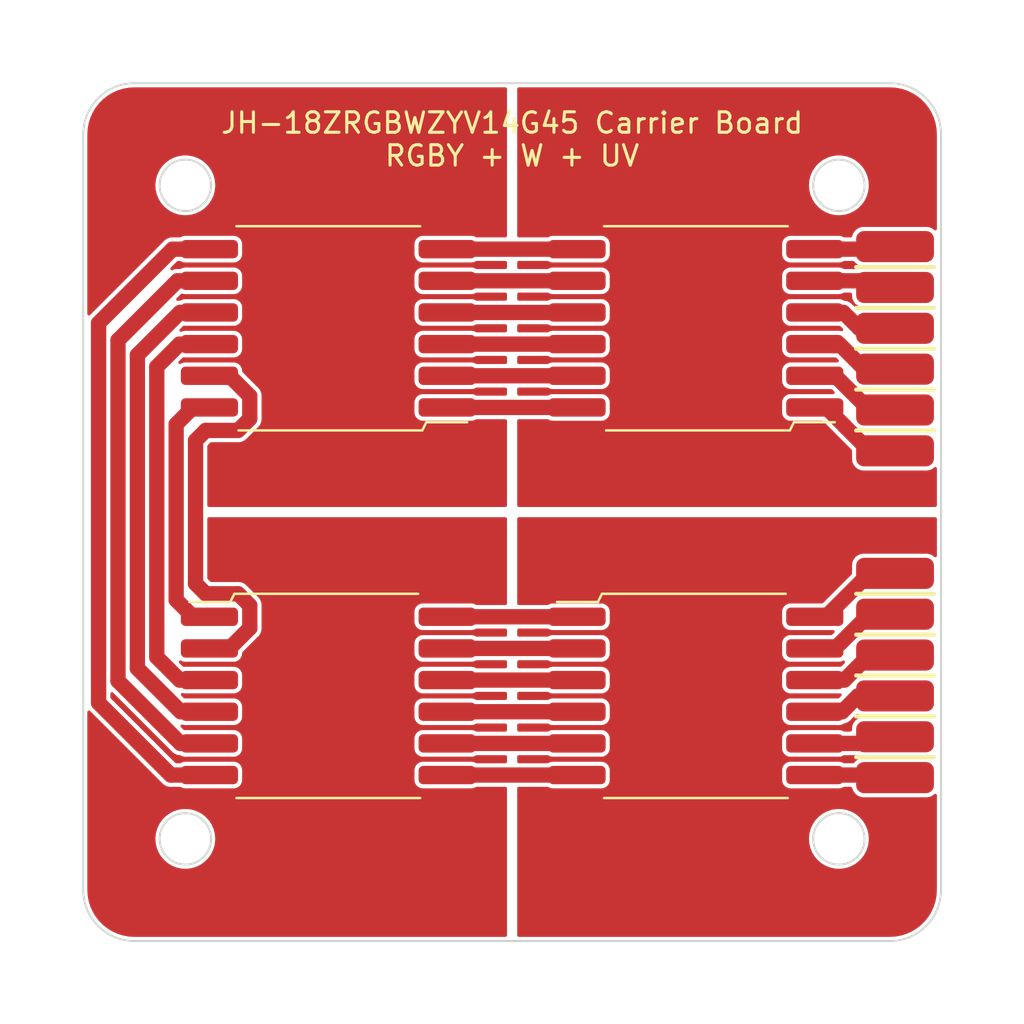
<source format=kicad_pcb>
(kicad_pcb (version 20211014) (generator pcbnew)
  (layers (0 "F.Cu" signal) (31 "B.Cu" signal) (34 "B.Paste" user) (35 "F.Paste" user) (36 "B.SilkS" user "B.Silkscreen") (37 "F.SilkS" user "F.Silkscreen") (38 "B.Mask" user) (39 "F.Mask" user) (44 "Edge.Cuts" user))
  (net 0 "")
  (net 1 "Y+")
  (net 2 "V+")
  (net 3 "W+")
  (net 4 "R+")
  (net 5 "G+")
  (net 6 "B+")
  (net 7 "Net-(D1-Pad7)")
  (net 8 "Net-(D1-Pad8)")
  (net 9 "Net-(D1-Pad9)")
  (net 10 "Net-(D1-Pad10)")
  (net 11 "Net-(D1-Pad11)")
  (net 12 "Net-(D1-Pad12)")
  (net 13 "P1")
  (net 14 "Net-(D2-Pad7)")
  (net 15 "Net-(D2-Pad8)")
  (net 16 "Net-(D2-Pad9)")
  (net 17 "Net-(D2-Pad10)")
  (net 18 "Net-(D2-Pad11)")
  (net 19 "Net-(D2-Pad12)")
  (net 20 "P2")
  (net 21 "Net-(D3-Pad7)")
  (net 22 "Net-(D3-Pad8)")
  (net 23 "Net-(D3-Pad9)")
  (net 24 "Net-(D3-Pad10)")
  (net 25 "Net-(D3-Pad11)")
  (net 26 "Net-(D3-Pad12)")
  (net 27 "P3")
  (net 28 "B-")
  (net 29 "G-")
  (net 30 "R-")
  (net 31 "W-")
  (net 32 "V-")
  (net 33 "Y-")
  (net 34 "P4")
  (footprint "otter:CONN_1x06_SMD_SIDE" (layer "F.Cu") (at 93.75 67 180)
    (fp_text reference "J1" hide)
    (fp_text value "Pos")
    (fp_line (start -1.905 -2) (end 1.905 -2) (layer "F.SilkS") (width 0.2))
    (fp_line (start -1.905 2) (end 1.905 2) (layer "F.SilkS") (width 0.2))
    (fp_line (start -1.905 4) (end 1.905 4) (layer "F.SilkS") (width 0.2))
    (fp_line (start -1.905 -4) (end 1.905 -4) (layer "F.SilkS") (width 0.2))
    (fp_line (start -1.905 0) (end 1.905 0) (layer "F.SilkS") (width 0.2))
    (pad "1" smd roundrect (at 0 -5 180) (size 3.81 1.524) (layers "F.Cu" "F.Paste" "F.Mask") (net 1 "Y+"))
    (pad "2" smd roundrect (at 0 -3 180) (size 3.81 1.524) (layers "F.Cu" "F.Paste" "F.Mask") (net 2 "V+"))
    (pad "3" smd roundrect (at 0 -1 180) (size 3.81 1.524) (layers "F.Cu" "F.Paste" "F.Mask") (net 3 "W+"))
    (pad "4" smd roundrect (at 0 1 180) (size 3.81 1.524) (layers "F.Cu" "F.Paste" "F.Mask") (net 4 "R+"))
    (pad "5" smd roundrect (at 0 3 180) (size 3.81 1.524) (layers "F.Cu" "F.Paste" "F.Mask") (net 5 "G+"))
    (pad "6" smd roundrect (at 0 5 180) (size 3.81 1.524) (layers "F.Cu" "F.Paste" "F.Mask") (net 6 "B+"))
  )
  (footprint "otter:JH-18ZRGBWZYV14G45" (layer "F.Cu") (at 84 84)
    (fp_text reference "D4" hide)
    (fp_text value "JH-18ZRGBWZYV14G45")
    (fp_line (start -4.6 -5) (end -4.8 -4.6) (layer "F.SilkS") (width 0.12))
    (fp_line (start -4.8 -4.6) (end -6.8 -4.6) (layer "F.SilkS") (width 0.12))
    (fp_line (start 4.4 -5) (end -4.6 -5) (layer "F.SilkS") (width 0.12))
    (fp_line (start 4.5 5) (end -4.5 5) (layer "F.SilkS") (width 0.12))
    (pad "1" smd roundrect (at -5.82 -3.875) (size 2.8 0.9) (layers "F.Cu" "F.Paste" "F.Mask") (net 26 "Net-(D3-Pad12)"))
    (pad "2" smd roundrect (at -5.82 -2.325) (size 2.8 0.9) (layers "F.Cu" "F.Paste" "F.Mask") (net 25 "Net-(D3-Pad11)"))
    (pad "3" smd roundrect (at -5.82 -0.775) (size 2.8 0.9) (layers "F.Cu" "F.Paste" "F.Mask") (net 24 "Net-(D3-Pad10)"))
    (pad "4" smd roundrect (at -5.82 0.775) (size 2.8 0.9) (layers "F.Cu" "F.Paste" "F.Mask") (net 23 "Net-(D3-Pad9)"))
    (pad "5" smd roundrect (at -5.82 2.325) (size 2.8 0.9) (layers "F.Cu" "F.Paste" "F.Mask") (net 22 "Net-(D3-Pad8)"))
    (pad "6" smd roundrect (at -5.82 3.875) (size 2.8 0.9) (layers "F.Cu" "F.Paste" "F.Mask") (net 21 "Net-(D3-Pad7)"))
    (pad "7" smd roundrect (at 5.82 3.875) (size 2.8 0.9) (layers "F.Cu" "F.Paste" "F.Mask") (net 28 "B-"))
    (pad "8" smd roundrect (at 5.82 2.325) (size 2.8 0.9) (layers "F.Cu" "F.Paste" "F.Mask") (net 29 "G-"))
    (pad "9" smd roundrect (at 5.82 0.775) (size 2.8 0.9) (layers "F.Cu" "F.Paste" "F.Mask") (net 30 "R-"))
    (pad "10" smd roundrect (at 5.82 -0.775) (size 2.8 0.9) (layers "F.Cu" "F.Paste" "F.Mask") (net 31 "W-"))
    (pad "11" smd roundrect (at 5.82 -2.325) (size 2.8 0.9) (layers "F.Cu" "F.Paste" "F.Mask") (net 32 "V-"))
    (pad "12" smd roundrect (at 5.82 -3.875) (size 2.8 0.9) (layers "F.Cu" "F.Paste" "F.Mask") (net 33 "Y-"))
    (pad "13" smd circle (at 0 0) (size 5.8 5.8) (layers "F.Cu" "F.Paste" "F.Mask") (net 34 "P4"))
  )
  (footprint "otter:JH-18ZRGBWZYV14G45" (layer "F.Cu") (at 66 84)
    (fp_text reference "D3" hide)
    (fp_text value "JH-18ZRGBWZYV14G45")
    (fp_line (start 4.4 -5) (end -4.6 -5) (layer "F.SilkS") (width 0.12))
    (fp_line (start -4.8 -4.6) (end -6.8 -4.6) (layer "F.SilkS") (width 0.12))
    (fp_line (start 4.5 5) (end -4.5 5) (layer "F.SilkS") (width 0.12))
    (fp_line (start -4.6 -5) (end -4.8 -4.6) (layer "F.SilkS") (width 0.12))
    (pad "1" smd roundrect (at -5.82 -3.875) (size 2.8 0.9) (layers "F.Cu" "F.Paste" "F.Mask") (net 19 "Net-(D2-Pad12)"))
    (pad "2" smd roundrect (at -5.82 -2.325) (size 2.8 0.9) (layers "F.Cu" "F.Paste" "F.Mask") (net 18 "Net-(D2-Pad11)"))
    (pad "3" smd roundrect (at -5.82 -0.775) (size 2.8 0.9) (layers "F.Cu" "F.Paste" "F.Mask") (net 17 "Net-(D2-Pad10)"))
    (pad "4" smd roundrect (at -5.82 0.775) (size 2.8 0.9) (layers "F.Cu" "F.Paste" "F.Mask") (net 16 "Net-(D2-Pad9)"))
    (pad "5" smd roundrect (at -5.82 2.325) (size 2.8 0.9) (layers "F.Cu" "F.Paste" "F.Mask") (net 15 "Net-(D2-Pad8)"))
    (pad "6" smd roundrect (at -5.82 3.875) (size 2.8 0.9) (layers "F.Cu" "F.Paste" "F.Mask") (net 14 "Net-(D2-Pad7)"))
    (pad "7" smd roundrect (at 5.82 3.875) (size 2.8 0.9) (layers "F.Cu" "F.Paste" "F.Mask") (net 21 "Net-(D3-Pad7)"))
    (pad "8" smd roundrect (at 5.82 2.325) (size 2.8 0.9) (layers "F.Cu" "F.Paste" "F.Mask") (net 22 "Net-(D3-Pad8)"))
    (pad "9" smd roundrect (at 5.82 0.775) (size 2.8 0.9) (layers "F.Cu" "F.Paste" "F.Mask") (net 23 "Net-(D3-Pad9)"))
    (pad "10" smd roundrect (at 5.82 -0.775) (size 2.8 0.9) (layers "F.Cu" "F.Paste" "F.Mask") (net 24 "Net-(D3-Pad10)"))
    (pad "11" smd roundrect (at 5.82 -2.325) (size 2.8 0.9) (layers "F.Cu" "F.Paste" "F.Mask") (net 25 "Net-(D3-Pad11)"))
    (pad "12" smd roundrect (at 5.82 -3.875) (size 2.8 0.9) (layers "F.Cu" "F.Paste" "F.Mask") (net 26 "Net-(D3-Pad12)"))
    (pad "13" smd circle (at 0 0) (size 5.8 5.8) (layers "F.Cu" "F.Paste" "F.Mask") (net 27 "P3"))
  )
  (footprint "otter:CONN_1x06_SMD_SIDE" (layer "F.Cu") (at 93.75 83)
    (fp_text reference "J2" hide)
    (fp_text value "Neg")
    (fp_line (start -1.905 4) (end 1.905 4) (layer "F.SilkS") (width 0.2))
    (fp_line (start -1.905 -2) (end 1.905 -2) (layer "F.SilkS") (width 0.2))
    (fp_line (start -1.905 0) (end 1.905 0) (layer "F.SilkS") (width 0.2))
    (fp_line (start -1.905 -4) (end 1.905 -4) (layer "F.SilkS") (width 0.2))
    (fp_line (start -1.905 2) (end 1.905 2) (layer "F.SilkS") (width 0.2))
    (pad "1" smd roundrect (at 0 -5) (size 3.81 1.524) (layers "F.Cu" "F.Paste" "F.Mask") (net 33 "Y-"))
    (pad "2" smd roundrect (at 0 -3) (size 3.81 1.524) (layers "F.Cu" "F.Paste" "F.Mask") (net 32 "V-"))
    (pad "3" smd roundrect (at 0 -1) (size 3.81 1.524) (layers "F.Cu" "F.Paste" "F.Mask") (net 31 "W-"))
    (pad "4" smd roundrect (at 0 1) (size 3.81 1.524) (layers "F.Cu" "F.Paste" "F.Mask") (net 30 "R-"))
    (pad "5" smd roundrect (at 0 3) (size 3.81 1.524) (layers "F.Cu" "F.Paste" "F.Mask") (net 29 "G-"))
    (pad "6" smd roundrect (at 0 5) (size 3.81 1.524) (layers "F.Cu" "F.Paste" "F.Mask") (net 28 "B-"))
  )
  (footprint "otter:JH-18ZRGBWZYV14G45" (layer "F.Cu") (at 84 66 180)
    (fp_text reference "D1" hide)
    (fp_text value "JH-18ZRGBWZYV14G45")
    (fp_line (start -4.6 -5) (end -4.8 -4.6) (layer "F.SilkS") (width 0.12))
    (fp_line (start -4.8 -4.6) (end -6.8 -4.6) (layer "F.SilkS") (width 0.12))
    (fp_line (start 4.4 -5) (end -4.6 -5) (layer "F.SilkS") (width 0.12))
    (fp_line (start 4.5 5) (end -4.5 5) (layer "F.SilkS") (width 0.12))
    (pad "1" smd roundrect (at -5.82 -3.875 180) (size 2.8 0.9) (layers "F.Cu" "F.Paste" "F.Mask") (net 1 "Y+"))
    (pad "2" smd roundrect (at -5.82 -2.325 180) (size 2.8 0.9) (layers "F.Cu" "F.Paste" "F.Mask") (net 2 "V+"))
    (pad "3" smd roundrect (at -5.82 -0.775 180) (size 2.8 0.9) (layers "F.Cu" "F.Paste" "F.Mask") (net 3 "W+"))
    (pad "4" smd roundrect (at -5.82 0.775 180) (size 2.8 0.9) (layers "F.Cu" "F.Paste" "F.Mask") (net 4 "R+"))
    (pad "5" smd roundrect (at -5.82 2.325 180) (size 2.8 0.9) (layers "F.Cu" "F.Paste" "F.Mask") (net 5 "G+"))
    (pad "6" smd roundrect (at -5.82 3.875 180) (size 2.8 0.9) (layers "F.Cu" "F.Paste" "F.Mask") (net 6 "B+"))
    (pad "7" smd roundrect (at 5.82 3.875 180) (size 2.8 0.9) (layers "F.Cu" "F.Paste" "F.Mask") (net 7 "Net-(D1-Pad7)"))
    (pad "8" smd roundrect (at 5.82 2.325 180) (size 2.8 0.9) (layers "F.Cu" "F.Paste" "F.Mask") (net 8 "Net-(D1-Pad8)"))
    (pad "9" smd roundrect (at 5.82 0.775 180) (size 2.8 0.9) (layers "F.Cu" "F.Paste" "F.Mask") (net 9 "Net-(D1-Pad9)"))
    (pad "10" smd roundrect (at 5.82 -0.775 180) (size 2.8 0.9) (layers "F.Cu" "F.Paste" "F.Mask") (net 10 "Net-(D1-Pad10)"))
    (pad "11" smd roundrect (at 5.82 -2.325 180) (size 2.8 0.9) (layers "F.Cu" "F.Paste" "F.Mask") (net 11 "Net-(D1-Pad11)"))
    (pad "12" smd roundrect (at 5.82 -3.875 180) (size 2.8 0.9) (layers "F.Cu" "F.Paste" "F.Mask") (net 12 "Net-(D1-Pad12)"))
    (pad "13" smd circle (at 0 0 180) (size 5.8 5.8) (layers "F.Cu" "F.Paste" "F.Mask") (net 13 "P1"))
  )
  (footprint "otter:JH-18ZRGBWZYV14G45" (layer "F.Cu") (at 66 66 180)
    (fp_text reference "D2" hide)
    (fp_text value "JH-18ZRGBWZYV14G45")
    (fp_line (start 4.5 5) (end -4.5 5) (layer "F.SilkS") (width 0.12))
    (fp_line (start -4.6 -5) (end -4.8 -4.6) (layer "F.SilkS") (width 0.12))
    (fp_line (start -4.8 -4.6) (end -6.8 -4.6) (layer "F.SilkS") (width 0.12))
    (fp_line (start 4.4 -5) (end -4.6 -5) (layer "F.SilkS") (width 0.12))
    (pad "1" smd roundrect (at -5.82 -3.875 180) (size 2.8 0.9) (layers "F.Cu" "F.Paste" "F.Mask") (net 12 "Net-(D1-Pad12)"))
    (pad "2" smd roundrect (at -5.82 -2.325 180) (size 2.8 0.9) (layers "F.Cu" "F.Paste" "F.Mask") (net 11 "Net-(D1-Pad11)"))
    (pad "3" smd roundrect (at -5.82 -0.775 180) (size 2.8 0.9) (layers "F.Cu" "F.Paste" "F.Mask") (net 10 "Net-(D1-Pad10)"))
    (pad "4" smd roundrect (at -5.82 0.775 180) (size 2.8 0.9) (layers "F.Cu" "F.Paste" "F.Mask") (net 9 "Net-(D1-Pad9)"))
    (pad "5" smd roundrect (at -5.82 2.325 180) (size 2.8 0.9) (layers "F.Cu" "F.Paste" "F.Mask") (net 8 "Net-(D1-Pad8)"))
    (pad "6" smd roundrect (at -5.82 3.875 180) (size 2.8 0.9) (layers "F.Cu" "F.Paste" "F.Mask") (net 7 "Net-(D1-Pad7)"))
    (pad "7" smd roundrect (at 5.82 3.875 180) (size 2.8 0.9) (layers "F.Cu" "F.Paste" "F.Mask") (net 14 "Net-(D2-Pad7)"))
    (pad "8" smd roundrect (at 5.82 2.325 180) (size 2.8 0.9) (layers "F.Cu" "F.Paste" "F.Mask") (net 15 "Net-(D2-Pad8)"))
    (pad "9" smd roundrect (at 5.82 0.775 180) (size 2.8 0.9) (layers "F.Cu" "F.Paste" "F.Mask") (net 16 "Net-(D2-Pad9)"))
    (pad "10" smd roundrect (at 5.82 -0.775 180) (size 2.8 0.9) (layers "F.Cu" "F.Paste" "F.Mask") (net 17 "Net-(D2-Pad10)"))
    (pad "11" smd roundrect (at 5.82 -2.325 180) (size 2.8 0.9) (layers "F.Cu" "F.Paste" "F.Mask") (net 18 "Net-(D2-Pad11)"))
    (pad "12" smd roundrect (at 5.82 -3.875 180) (size 2.8 0.9) (layers "F.Cu" "F.Paste" "F.Mask") (net 19 "Net-(D2-Pad12)"))
    (pad "13" smd circle (at 0 0 180) (size 5.8 5.8) (layers "F.Cu" "F.Paste" "F.Mask") (net 20 "P2"))
  )
  (gr_circle (center 59 59) (end 60.26 59) (layer "Edge.Cuts") (width 0.1) (fill none))
  (gr_arc (start 96 93.5) (mid 95.267767 95.267767) (end 93.5 96) (layer "Edge.Cuts") (width 0.1))
  (gr_arc (start 54 56.5) (mid 54.732233 54.732233) (end 56.5 54) (layer "Edge.Cuts") (width 0.1))
  (gr_line (start 96 56.5) (end 96 93.5) (layer "Edge.Cuts") (width 0.1))
  (gr_arc (start 56.5 96) (mid 54.732233 95.267767) (end 54 93.5) (layer "Edge.Cuts") (width 0.1))
  (gr_circle (center 91 59) (end 92.26 59) (layer "Edge.Cuts") (width 0.1) (fill none))
  (gr_circle (center 59 91) (end 60.26 91) (layer "Edge.Cuts") (width 0.1) (fill none))
  (gr_circle (center 91 91) (end 92.26 91) (layer "Edge.Cuts") (width 0.1) (fill none))
  (gr_line (start 93.5 96) (end 56.5 96) (layer "Edge.Cuts") (width 0.1))
  (gr_line (start 54 56.5) (end 54 93.5) (layer "Edge.Cuts") (width 0.1))
  (gr_arc (start 93.5 54) (mid 95.267767 54.732233) (end 96 56.5) (layer "Edge.Cuts") (width 0.1))
  (gr_line (start 93.5 54) (end 56.5 54) (layer "Edge.Cuts") (width 0.1))
  (gr_text "JH-18ZRGBWZYV14G45 Carrier Board\nRGBY + W + UV" (at 75 56.75) (layer "F.SilkS") (effects (font (size 1 1))))
  (segment (start 92.243012 71.75) (end 93.75 71.75) (width 0.75) (layer "F.Cu") (net 1))
  (segment (start 91.27 70.77) (end 91.27 70.776988) (width 0.75) (layer "F.Cu") (net 1))
  (segment (start 89.82 69.875) (end 90.375 69.875) (width 0.75) (layer "F.Cu") (net 1))
  (segment (start 91.27 70.776988) (end 92.243012 71.75) (width 0.75) (layer "F.Cu") (net 1))
  (segment (start 90.375 69.875) (end 91.27 70.77) (width 0.75) (layer "F.Cu") (net 1))
  (segment (start 90.818012 68.325) (end 92.243012 69.75) (width 0.75) (layer "F.Cu") (net 2))
  (segment (start 89.57 68.325) (end 90.818012 68.325) (width 0.75) (layer "F.Cu") (net 2))
  (segment (start 92.243012 69.75) (end 93.75 69.75) (width 0.75) (layer "F.Cu") (net 2))
  (segment (start 92.25 68) (end 93.75 68) (width 0.75) (layer "F.Cu") (net 3))
  (segment (start 91.025 66.775) (end 92.25 68) (width 0.75) (layer "F.Cu") (net 3))
  (segment (start 89.82 66.775) (end 91.025 66.775) (width 0.75) (layer "F.Cu") (net 3))
  (segment (start 91.221506 65.225) (end 89.82 65.225) (width 0.75) (layer "F.Cu") (net 4))
  (segment (start 91.996506 66) (end 91.221506 65.225) (width 0.75) (layer "F.Cu") (net 4))
  (segment (start 93.75 66) (end 91.996506 66) (width 0.75) (layer "F.Cu") (net 4))
  (segment (start 93.425 63.675) (end 93.75 64) (width 0.75) (layer "F.Cu") (net 5))
  (segment (start 89.82 63.675) (end 93.425 63.675) (width 0.75) (layer "F.Cu") (net 5))
  (segment (start 89.82 62.125) (end 93.625 62.125) (width 0.75) (layer "F.Cu") (net 6))
  (segment (start 93.625 62.125) (end 93.75 62) (width 0.75) (layer "F.Cu") (net 6))
  (segment (start 78.18 62.125) (end 71.82 62.125) (width 0.75) (layer "F.Cu") (net 7))
  (segment (start 71.82 63.675) (end 78.18 63.675) (width 0.75) (layer "F.Cu") (net 8))
  (segment (start 78.18 65.225) (end 71.82 65.225) (width 0.75) (layer "F.Cu") (net 9))
  (segment (start 71.82 66.775) (end 78.18 66.775) (width 0.75) (layer "F.Cu") (net 10))
  (segment (start 78.18 68.325) (end 71.82 68.325) (width 0.75) (layer "F.Cu") (net 11))
  (segment (start 71.82 69.875) (end 78.18 69.875) (width 0.75) (layer "F.Cu") (net 12))
  (segment (start 54.752495 65.747505) (end 54.752495 84.340681) (width 0.75) (layer "F.Cu") (net 14))
  (segment (start 54.752495 84.340681) (end 58.286814 87.875) (width 0.75) (layer "F.Cu") (net 14))
  (segment (start 60.18 62.125) (end 58.375 62.125) (width 0.75) (layer "F.Cu") (net 14))
  (segment (start 58.375 62.125) (end 54.752495 65.747505) (width 0.75) (layer "F.Cu") (net 14))
  (segment (start 58.286814 87.875) (end 60.18 87.875) (width 0.75) (layer "F.Cu") (net 14))
  (segment (start 55.701996 66.584953) (end 58.611949 63.675) (width 0.75) (layer "F.Cu") (net 15))
  (segment (start 60.18 86.325) (end 58.761814 86.325) (width 0.75) (layer "F.Cu") (net 15))
  (segment (start 55.701996 83.265182) (end 55.701996 66.584953) (width 0.75) (layer "F.Cu") (net 15))
  (segment (start 58.761814 86.325) (end 55.701996 83.265182) (width 0.75) (layer "F.Cu") (net 15))
  (segment (start 58.611949 63.675) (end 60.18 63.675) (width 0.75) (layer "F.Cu") (net 15))
  (segment (start 58.775 84.775) (end 60.18 84.775) (width 0.75) (layer "F.Cu") (net 16))
  (segment (start 56.651497 67.310317) (end 56.651497 82.651497) (width 0.75) (layer "F.Cu") (net 16))
  (segment (start 58.736814 65.225) (end 56.651497 67.310317) (width 0.75) (layer "F.Cu") (net 16))
  (segment (start 60.18 65.225) (end 58.736814 65.225) (width 0.75) (layer "F.Cu") (net 16))
  (segment (start 56.651497 82.651497) (end 58.775 84.775) (width 0.75) (layer "F.Cu") (net 16))
  (segment (start 60.18 66.775) (end 58.711814 66.775) (width 0.75) (layer "F.Cu") (net 17))
  (segment (start 57.600998 82.100998) (end 58.725 83.225) (width 0.75) (layer "F.Cu") (net 17))
  (segment (start 58.725 83.225) (end 60.18 83.225) (width 0.75) (layer "F.Cu") (net 17))
  (segment (start 58.711814 66.775) (end 57.600998 67.885816) (width 0.75) (layer "F.Cu") (net 17))
  (segment (start 57.600998 67.885816) (end 57.600998 82.100998) (width 0.75) (layer "F.Cu") (net 17))
  (segment (start 61.586371 79) (end 62.155 79.568629) (width 0.75) (layer "F.Cu") (net 18))
  (segment (start 62.155 70.431371) (end 61.586371 71) (width 0.75) (layer "F.Cu") (net 18))
  (segment (start 59.5 71.5) (end 59.5 78.5) (width 0.75) (layer "F.Cu") (net 18))
  (segment (start 61.586371 71) (end 60 71) (width 0.75) (layer "F.Cu") (net 18))
  (segment (start 59.5 78.5) (end 60 79) (width 0.75) (layer "F.Cu") (net 18))
  (segment (start 60.18 68.325) (end 61.161371 68.325) (width 0.75) (layer "F.Cu") (net 18))
  (segment (start 61.161371 81.675) (end 60.18 81.675) (width 0.75) (layer "F.Cu") (net 18))
  (segment (start 62.155 69.318629) (end 62.155 70.431371) (width 0.75) (layer "F.Cu") (net 18))
  (segment (start 60 79) (end 61.586371 79) (width 0.75) (layer "F.Cu") (net 18))
  (segment (start 62.155 79.568629) (end 62.155 80.681371) (width 0.75) (layer "F.Cu") (net 18))
  (segment (start 62.155 80.681371) (end 61.161371 81.675) (width 0.75) (layer "F.Cu") (net 18))
  (segment (start 60 71) (end 59.5 71.5) (width 0.75) (layer "F.Cu") (net 18))
  (segment (start 61.161371 68.325) (end 62.155 69.318629) (width 0.75) (layer "F.Cu") (net 18))
  (segment (start 60.18 80.125) (end 59.375 80.125) (width 0.75) (layer "F.Cu") (net 19))
  (segment (start 59.375 69.875) (end 60.18 69.875) (width 0.75) (layer "F.Cu") (net 19))
  (segment (start 59.375 80.125) (end 58.550499 79.300499) (width 0.75) (layer "F.Cu") (net 19))
  (segment (start 58.550499 70.699501) (end 59.375 69.875) (width 0.75) (layer "F.Cu") (net 19))
  (segment (start 58.550499 79.300499) (end 58.550499 70.699501) (width 0.75) (layer "F.Cu") (net 19))
  (segment (start 71.82 87.875) (end 78.18 87.875) (width 0.75) (layer "F.Cu") (net 21))
  (segment (start 78.18 86.325) (end 71.82 86.325) (width 0.75) (layer "F.Cu") (net 22))
  (segment (start 78.18 84.775) (end 71.82 84.775) (width 0.75) (layer "F.Cu") (net 23))
  (segment (start 71.82 83.225) (end 78.18 83.225) (width 0.75) (layer "F.Cu") (net 24))
  (segment (start 78.18 81.675) (end 71.82 81.675) (width 0.75) (layer "F.Cu") (net 25))
  (segment (start 71.82 80.125) (end 78.18 80.125) (width 0.75) (layer "F.Cu") (net 26))
  (segment (start 89.82 87.875) (end 93.625 87.875) (width 0.75) (layer "F.Cu") (net 28))
  (segment (start 93.625 87.875) (end 93.75 88) (width 0.75) (layer "F.Cu") (net 28))
  (segment (start 93.425 86.325) (end 93.75 86) (width 0.75) (layer "F.Cu") (net 29))
  (segment (start 89.82 86.325) (end 93.425 86.325) (width 0.75) (layer "F.Cu") (net 29))
  (segment (start 93.75 84) (end 91.933202 84) (width 0.75) (layer "F.Cu") (net 30))
  (segment (start 91.158202 84.775) (end 89.82 84.775) (width 0.75) (layer "F.Cu") (net 30))
  (segment (start 91.933202 84) (end 91.158202 84.775) (width 0.75) (layer "F.Cu") (net 30))
  (segment (start 91.268012 83.225) (end 92.493012 82) (width 0.75) (layer "F.Cu") (net 31))
  (segment (start 89.82 83.225) (end 91.268012 83.225) (width 0.75) (layer "F.Cu") (net 31))
  (segment (start 92.493012 82) (end 93.75 82) (width 0.75) (layer "F.Cu") (net 31))
  (segment (start 89.57 81.675) (end 90.818012 81.675) (width 0.75) (layer "F.Cu") (net 32))
  (segment (start 90.818012 81.675) (end 92.493012 80) (width 0.75) (layer "F.Cu") (net 32))
  (segment (start 92.493012 80) (end 93.75 80) (width 0.75) (layer "F.Cu") (net 32))
  (segment (start 92.493012 78) (end 93.75 78) (width 0.75) (layer "F.Cu") (net 33))
  (segment (start 90.368012 80.125) (end 92.493012 78) (width 0.75) (layer "F.Cu") (net 33))
  (segment (start 89.57 80.125) (end 90.368012 80.125) (width 0.75) (layer "F.Cu") (net 33))
  (zone (net 27) (net_name "P3") (layer "F.Cu") (connect_pads yes (clearance 0.2)) (min_thickness 0.154) (fill yes (thermal_gap 0.508) (thermal_bridge_width 0.508))
    (polygon (pts (xy 74.75 75.25) (xy 74.75 97.750001) (xy 52.25 97.75) (xy 52.249999 75.25)))
  )
  (zone (net 20) (net_name "P2") (layer "F.Cu") (connect_pads yes (clearance 0.2)) (min_thickness 0.154) (fill yes (thermal_gap 0.508) (thermal_bridge_width 0.508))
    (polygon (pts (xy 74.75 74.75) (xy 52.25 74.75) (xy 52.25 52.25) (xy 74.75 52.25)))
  )
  (zone (net 13) (net_name "P1") (layer "F.Cu") (connect_pads yes (clearance 0.2)) (min_thickness 0.154) (fill yes (thermal_gap 0.508) (thermal_bridge_width 0.508))
    (polygon (pts (xy 75.25 74.75) (xy 75.25 52.249999) (xy 97.75 52.25) (xy 97.750001 74.75)))
  )
  (zone (net 34) (net_name "P4") (layer "F.Cu") (connect_pads yes (clearance 0.2)) (min_thickness 0.154) (fill yes (thermal_gap 0.508) (thermal_bridge_width 0.508))
    (polygon (pts (xy 75.25 75.25) (xy 97.750001 75.25) (xy 97.75 97.75) (xy 75.25 97.750001)))
  )
)
</source>
